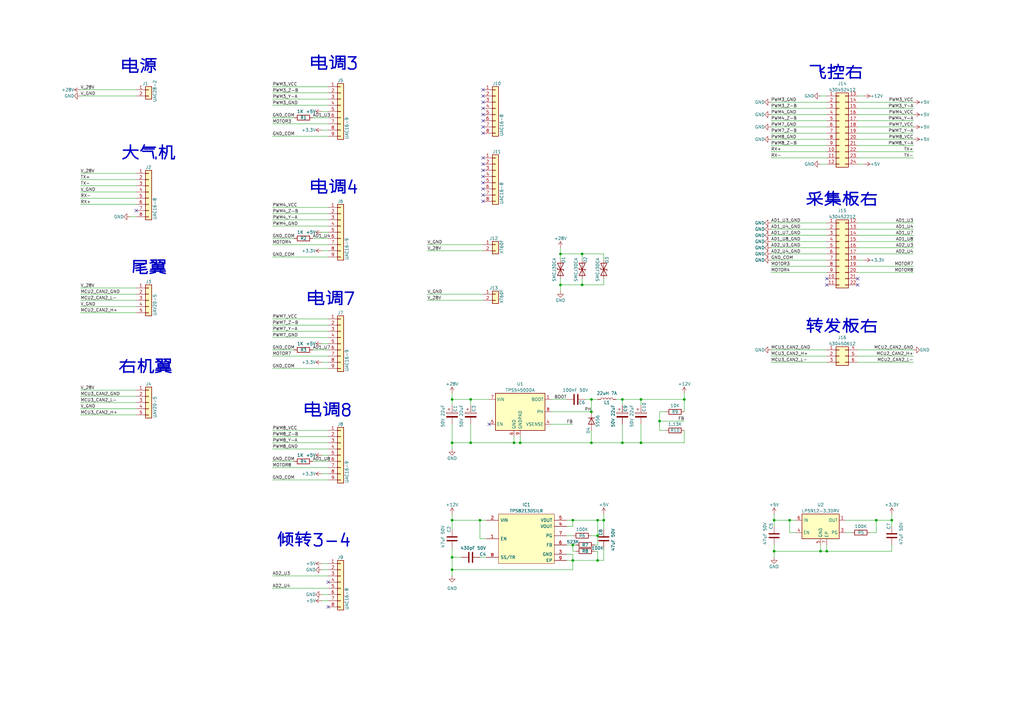
<source format=kicad_sch>
(kicad_sch (version 20230121) (generator eeschema)
  (paper "A3")
  (lib_symbols
    (symbol "Connector_Generic:Conn_01x02" (pin_names (offset 1.016) hide)
      (property "Reference" "J" (at 0 2.54 0))
      (property "Value" "Conn_01x02" (at 0 -5.08 0))
      (symbol "Conn_01x02_1_1"
        (pin passive line (at -5.08 0 0) (length 3.81) (name "Pin_1") (number "1"))
        (pin passive line (at -5.08 -2.54 0) (length 3.81) (name "Pin_2") (number "2"))
      )
    )
    (symbol "Connector_Generic:Conn_01x05" (pin_names (offset 1.016) hide)
      (property "Reference" "J" (at 0 7.62 0))
      (property "Value" "Conn_01x05" (at 0 -7.62 0))
      (symbol "Conn_01x05_1_1"
        (pin passive line (at -5.08 5.08 0) (length 3.81) (name "Pin_1") (number "1"))
        (pin passive line (at -5.08 2.54 0) (length 3.81) (name "Pin_2") (number "2"))
        (pin passive line (at -5.08 0 0) (length 3.81) (name "Pin_3") (number "3"))
        (pin passive line (at -5.08 -2.54 0) (length 3.81) (name "Pin_4") (number "4"))
        (pin passive line (at -5.08 -5.08 0) (length 3.81) (name "Pin_5") (number "5"))
      )
    )
    (symbol "Connector_Generic:Conn_01x08" (pin_names (offset 1.016) hide)
      (property "Reference" "J" (at 0 10.16 0))
      (property "Value" "Conn_01x08" (at 0 -12.7 0))
      (symbol "Conn_01x08_1_1"
        (pin passive line (at -5.08 7.62 0) (length 3.81) (name "Pin_1") (number "1"))
        (pin passive line (at -5.08 5.08 0) (length 3.81) (name "Pin_2") (number "2"))
        (pin passive line (at -5.08 2.54 0) (length 3.81) (name "Pin_3") (number "3"))
        (pin passive line (at -5.08 0 0) (length 3.81) (name "Pin_4") (number "4"))
        (pin passive line (at -5.08 -2.54 0) (length 3.81) (name "Pin_5") (number "5"))
        (pin passive line (at -5.08 -5.08 0) (length 3.81) (name "Pin_6") (number "6"))
        (pin passive line (at -5.08 -7.62 0) (length 3.81) (name "Pin_7") (number "7"))
        (pin passive line (at -5.08 -10.16 0) (length 3.81) (name "Pin_8") (number "8"))
      )
    )
    (symbol "Connector_Generic:Conn_01x09" (pin_names (offset 1.016) hide)
      (property "Reference" "J" (at 0 12.7 0))
      (property "Value" "Conn_01x09" (at 0 -12.7 0))
      (symbol "Conn_01x09_1_1"
        (pin passive line (at -5.08 10.16 0) (length 3.81) (name "Pin_1") (number "1"))
        (pin passive line (at -5.08 7.62 0) (length 3.81) (name "Pin_2") (number "2"))
        (pin passive line (at -5.08 5.08 0) (length 3.81) (name "Pin_3") (number "3"))
        (pin passive line (at -5.08 2.54 0) (length 3.81) (name "Pin_4") (number "4"))
        (pin passive line (at -5.08 0 0) (length 3.81) (name "Pin_5") (number "5"))
        (pin passive line (at -5.08 -2.54 0) (length 3.81) (name "Pin_6") (number "6"))
        (pin passive line (at -5.08 -5.08 0) (length 3.81) (name "Pin_7") (number "7"))
        (pin passive line (at -5.08 -7.62 0) (length 3.81) (name "Pin_8") (number "8"))
        (pin passive line (at -5.08 -10.16 0) (length 3.81) (name "Pin_9") (number "9"))
      )
    )
    (symbol "Connector_Generic:Conn_02x03_Top_Bottom" (pin_names (offset 1.016) hide)
      (property "Reference" "J" (at 1.27 5.08 0))
      (property "Value" "Conn_02x03_Top_Bottom" (at 1.27 -5.08 0))
      (symbol "Conn_02x03_Top_Bottom_1_1"
        (pin passive line (at -5.08 2.54 0) (length 3.81) (name "Pin_1") (number "1"))
        (pin passive line (at -5.08 0 0) (length 3.81) (name "Pin_2") (number "2"))
        (pin passive line (at -5.08 -2.54 0) (length 3.81) (name "Pin_3") (number "3"))
        (pin passive line (at 7.62 2.54 180) (length 3.81) (name "Pin_4") (number "4"))
        (pin passive line (at 7.62 0 180) (length 3.81) (name "Pin_5") (number "5"))
        (pin passive line (at 7.62 -2.54 180) (length 3.81) (name "Pin_6") (number "6"))
      )
    )
    (symbol "Connector_Generic:Conn_02x11_Top_Bottom" (pin_names (offset 1.016) hide)
      (property "Reference" "J" (at 1.27 15.24 0))
      (property "Value" "Conn_02x11_Top_Bottom" (at 1.27 -15.24 0))
      (symbol "Conn_02x11_Top_Bottom_1_1"
        (pin passive line (at -5.08 12.7 0) (length 3.81) (name "Pin_1") (number "1"))
        (pin passive line (at -5.08 -10.16 0) (length 3.81) (name "Pin_10") (number "10"))
        (pin passive line (at -5.08 -12.7 0) (length 3.81) (name "Pin_11") (number "11"))
        (pin passive line (at 7.62 12.7 180) (length 3.81) (name "Pin_12") (number "12"))
        (pin passive line (at 7.62 10.16 180) (length 3.81) (name "Pin_13") (number "13"))
        (pin passive line (at 7.62 7.62 180) (length 3.81) (name "Pin_14") (number "14"))
        (pin passive line (at 7.62 5.08 180) (length 3.81) (name "Pin_15") (number "15"))
        (pin passive line (at 7.62 2.54 180) (length 3.81) (name "Pin_16") (number "16"))
        (pin passive line (at 7.62 0 180) (length 3.81) (name "Pin_17") (number "17"))
        (pin passive line (at 7.62 -2.54 180) (length 3.81) (name "Pin_18") (number "18"))
        (pin passive line (at 7.62 -5.08 180) (length 3.81) (name "Pin_19") (number "19"))
        (pin passive line (at -5.08 10.16 0) (length 3.81) (name "Pin_2") (number "2"))
        (pin passive line (at 7.62 -7.62 180) (length 3.81) (name "Pin_20") (number "20"))
        (pin passive line (at 7.62 -10.16 180) (length 3.81) (name "Pin_21") (number "21"))
        (pin passive line (at 7.62 -12.7 180) (length 3.81) (name "Pin_22") (number "22"))
        (pin passive line (at -5.08 7.62 0) (length 3.81) (name "Pin_3") (number "3"))
        (pin passive line (at -5.08 5.08 0) (length 3.81) (name "Pin_4") (number "4"))
        (pin passive line (at -5.08 2.54 0) (length 3.81) (name "Pin_5") (number "5"))
        (pin passive line (at -5.08 0 0) (length 3.81) (name "Pin_6") (number "6"))
        (pin passive line (at -5.08 -2.54 0) (length 3.81) (name "Pin_7") (number "7"))
        (pin passive line (at -5.08 -5.08 0) (length 3.81) (name "Pin_8") (number "8"))
        (pin passive line (at -5.08 -7.62 0) (length 3.81) (name "Pin_9") (number "9"))
      )
    )
    (symbol "Connector_Generic:Conn_02x12_Top_Bottom" (pin_names (offset 1.016) hide)
      (property "Reference" "J" (at 1.27 15.24 0))
      (property "Value" "Conn_02x12_Top_Bottom" (at 1.27 -17.78 0))
      (symbol "Conn_02x12_Top_Bottom_1_1"
        (pin passive line (at -5.08 12.7 0) (length 3.81) (name "Pin_1") (number "1"))
        (pin passive line (at -5.08 -10.16 0) (length 3.81) (name "Pin_10") (number "10"))
        (pin passive line (at -5.08 -12.7 0) (length 3.81) (name "Pin_11") (number "11"))
        (pin passive line (at -5.08 -15.24 0) (length 3.81) (name "Pin_12") (number "12"))
        (pin passive line (at 7.62 12.7 180) (length 3.81) (name "Pin_13") (number "13"))
        (pin passive line (at 7.62 10.16 180) (length 3.81) (name "Pin_14") (number "14"))
        (pin passive line (at 7.62 7.62 180) (length 3.81) (name "Pin_15") (number "15"))
        (pin passive line (at 7.62 5.08 180) (length 3.81) (name "Pin_16") (number "16"))
        (pin passive line (at 7.62 2.54 180) (length 3.81) (name "Pin_17") (number "17"))
        (pin passive line (at 7.62 0 180) (length 3.81) (name "Pin_18") (number "18"))
        (pin passive line (at 7.62 -2.54 180) (length 3.81) (name "Pin_19") (number "19"))
        (pin passive line (at -5.08 10.16 0) (length 3.81) (name "Pin_2") (number "2"))
        (pin passive line (at 7.62 -5.08 180) (length 3.81) (name "Pin_20") (number "20"))
        (pin passive line (at 7.62 -7.62 180) (length 3.81) (name "Pin_21") (number "21"))
        (pin passive line (at 7.62 -10.16 180) (length 3.81) (name "Pin_22") (number "22"))
        (pin passive line (at 7.62 -12.7 180) (length 3.81) (name "Pin_23") (number "23"))
        (pin passive line (at 7.62 -15.24 180) (length 3.81) (name "Pin_24") (number "24"))
        (pin passive line (at -5.08 7.62 0) (length 3.81) (name "Pin_3") (number "3"))
        (pin passive line (at -5.08 5.08 0) (length 3.81) (name "Pin_4") (number "4"))
        (pin passive line (at -5.08 2.54 0) (length 3.81) (name "Pin_5") (number "5"))
        (pin passive line (at -5.08 0 0) (length 3.81) (name "Pin_6") (number "6"))
        (pin passive line (at -5.08 -2.54 0) (length 3.81) (name "Pin_7") (number "7"))
        (pin passive line (at -5.08 -5.08 0) (length 3.81) (name "Pin_8") (number "8"))
        (pin passive line (at -5.08 -7.62 0) (length 3.81) (name "Pin_9") (number "9"))
      )
    )
    (symbol "Device:C" (pin_numbers hide) (pin_names (offset 0.254))
      (property "Reference" "C" (at 0.635 2.54 0))
      (property "Value" "C" (at 0.635 -2.54 0))
      (symbol "C_1_1"
        (pin passive line (at 0 3.81 270) (length 2.794) (name "~") (number "1"))
        (pin passive line (at 0 -3.81 90) (length 2.794) (name "~") (number "2"))
      )
    )
    (symbol "Device:C_Polarized" (pin_numbers hide) (pin_names (offset 0.254))
      (property "Reference" "C" (at 0.635 2.54 0))
      (property "Value" "C_Polarized" (at 0.635 -2.54 0))
      (symbol "C_Polarized_1_1"
        (pin passive line (at 0 3.81 270) (length 2.794) (name "~") (number "1"))
        (pin passive line (at 0 -3.81 90) (length 2.794) (name "~") (number "2"))
      )
    )
    (symbol "Device:D" (pin_numbers hide) (pin_names (offset 1.016) hide)
      (property "Reference" "D" (at 0 2.54 0))
      (property "Value" "D" (at 0 -2.54 0))
      (symbol "D_1_1"
        (pin passive line (at -3.81 0 0) (length 2.54) (name "K") (number "1"))
        (pin passive line (at 3.81 0 180) (length 2.54) (name "A") (number "2"))
      )
    )
    (symbol "Device:D_TVS" (pin_numbers hide) (pin_names (offset 1.016) hide)
      (property "Reference" "D" (at 0 2.54 0))
      (property "Value" "D_TVS" (at 0 -2.54 0))
      (symbol "D_TVS_1_1"
        (pin passive line (at -3.81 0 0) (length 2.54) (name "A1") (number "1"))
        (pin passive line (at 3.81 0 180) (length 2.54) (name "A2") (number "2"))
      )
    )
    (symbol "Device:L" (pin_numbers hide) (pin_names (offset 1.016) hide)
      (property "Reference" "L" (at -1.27 0 90))
      (property "Value" "L" (at 1.905 0 90))
      (symbol "L_1_1"
        (pin passive line (at 0 3.81 270) (length 1.27) (name "1") (number "1"))
        (pin passive line (at 0 -3.81 90) (length 1.27) (name "2") (number "2"))
      )
    )
    (symbol "Device:R" (pin_numbers hide) (pin_names (offset 0))
      (property "Reference" "R" (at 2.032 0 90))
      (property "Value" "R" (at 0 0 90))
      (symbol "R_1_1"
        (pin passive line (at 0 3.81 270) (length 1.27) (name "~") (number "1"))
        (pin passive line (at 0 -3.81 90) (length 1.27) (name "~") (number "2"))
      )
    )
    (symbol "Regulator_Linear:LP5912-3.3DRV"
      (property "Reference" "U" (at -3.81 6.35 0))
      (property "Value" "LP5912-3.3DRV" (at 6.35 6.35 0))
      (symbol "LP5912-3.3DRV_0_1"
        (pin power_out line (at 10.16 2.54 180) (length 2.54) (name "OUT") (number "1"))
        (pin no_connect line (at 7.62 0 180) (length 2.54) hide (name "NC") (number "2"))
        (pin input line (at -10.16 -2.54 0) (length 2.54) (name "EN") (number "4"))
        (pin power_in line (at 0 -7.62 90) (length 2.54) (name "GND") (number "5"))
        (pin power_in line (at -10.16 2.54 0) (length 2.54) (name "IN") (number "6"))
      )
      (symbol "LP5912-3.3DRV_1_1"
        (pin open_collector line (at 10.16 -2.54 180) (length 2.54) (name "PG") (number "3"))
        (pin passive line (at 2.54 -7.62 90) (length 2.54) (name "EP") (number "7"))
      )
    )
    (symbol "Regulator_Switching:TPS5430DDA"
      (property "Reference" "U" (at -10.16 8.89 0))
      (property "Value" "TPS5430DDA" (at -1.27 8.89 0))
      (symbol "TPS5430DDA_1_1"
        (pin input line (at 12.7 5.08 180) (length 2.54) (name "BOOT") (number "1"))
        (pin no_connect line (at -10.16 2.54 0) (length 2.54) hide (name "NC") (number "2"))
        (pin no_connect line (at -10.16 -2.54 0) (length 2.54) hide (name "NC") (number "3"))
        (pin input line (at 12.7 -5.08 180) (length 2.54) (name "VSENSE") (number "4"))
        (pin input line (at -12.7 -5.08 0) (length 2.54) (name "EN") (number "5"))
        (pin power_in line (at -2.54 -10.16 90) (length 2.54) (name "GND") (number "6"))
        (pin power_in line (at -12.7 5.08 0) (length 2.54) (name "VIN") (number "7"))
        (pin output line (at 12.7 0 180) (length 2.54) (name "PH") (number "8"))
        (pin power_in line (at 0 -10.16 90) (length 2.54) (name "GNDPAD") (number "9"))
      )
    )
    (symbol "TexasInstruments:TPS82130SILR" (pin_names (offset 0.762))
      (property "Reference" "IC" (at -10.16 13.97 0))
      (property "Value" "TPS82130SILR" (at -10.16 11.43 0))
      (symbol "TPS82130SILR_0_0"
        (pin passive line (at -16.51 0 0) (length 5.08) (name "EN") (number "1"))
        (pin passive line (at -16.51 7.62 0) (length 5.08) (name "VIN") (number "2"))
        (pin passive line (at 16.51 -6.35 180) (length 5.08) (name "GND") (number "3"))
        (pin passive line (at 16.51 5.08 180) (length 5.08) (name "VOUT") (number "4"))
        (pin passive line (at 16.51 7.62 180) (length 5.08) (name "VDUT") (number "5"))
        (pin passive line (at 16.51 -2.54 180) (length 5.08) (name "FB") (number "6"))
        (pin passive line (at 16.51 1.27 180) (length 5.08) (name "PG") (number "7"))
        (pin passive line (at -16.51 -7.62 0) (length 5.08) (name "SS/TR") (number "8"))
      )
      (symbol "TPS82130SILR_1_0"
        (pin passive line (at 16.51 -8.89 180) (length 5.08) (name "EP") (number "9"))
      )
    )
    (symbol "power:+12V" (power) (pin_names (offset 0))
      (property "Value" "+12V" (at 0 3.556 0))
      (symbol "+12V_1_1"
        (pin power_in line (at 0 0 90) (length 0) hide (name "+12V") (number "1"))
      )
    )
    (symbol "power:+28V" (power) (pin_names (offset 0))
      (property "Value" "+28V" (at 0 3.81 0))
      (symbol "+28V_1_1"
        (pin power_in line (at 0 0 90) (length 0) hide (name "+28V") (number "1"))
      )
    )
    (symbol "power:+3.3V" (power) (pin_names (offset 0))
      (property "Value" "+3.3V" (at 0 3.556 0))
      (symbol "+3.3V_1_1"
        (pin power_in line (at 0 0 90) (length 0) hide (name "+3.3V") (number "1"))
      )
    )
    (symbol "power:+5V" (power) (pin_names (offset 0))
      (property "Value" "+5V" (at 0 3.556 0))
      (symbol "+5V_1_1"
        (pin power_in line (at 0 0 90) (length 0) hide (name "+5V") (number "1"))
      )
    )
    (symbol "power:GND" (power) (pin_names (offset 0))
      (property "Value" "GND" (at 0 -3.81 0))
      (symbol "GND_1_1"
        (pin power_in line (at 0 0 270) (length 0) hide (name "GND") (number "1"))
      )
    )
  )
  (junction (at 245.11 219.71))
  (junction (at 193.04 163.83))
  (junction (at 270.51 172.72))
  (junction (at 234.95 229.87))
  (junction (at 229.87 104.14))
  (junction (at 365.76 213.36))
  (junction (at 262.89 163.83))
  (junction (at 323.85 213.36))
  (junction (at 238.76 104.14))
  (junction (at 185.42 228.6))
  (junction (at 193.04 181.61))
  (junction (at 317.5 213.36))
  (junction (at 234.95 213.36))
  (junction (at 245.11 229.87))
  (junction (at 242.57 168.91))
  (junction (at 238.76 116.84))
  (junction (at 242.57 163.83))
  (junction (at 185.42 181.61))
  (junction (at 210.82 181.61))
  (junction (at 339.09 226.06))
  (junction (at 185.42 163.83))
  (junction (at 229.87 116.84))
  (junction (at 255.27 181.61))
  (junction (at 185.42 233.68))
  (junction (at 185.42 213.36))
  (junction (at 280.67 163.83))
  (junction (at 359.41 213.36))
  (junction (at 247.65 213.36))
  (junction (at 245.11 213.36))
  (junction (at 317.5 226.06))
  (junction (at 336.55 226.06))
  (junction (at 196.85 213.36))
  (junction (at 213.36 181.61))
  (junction (at 242.57 181.61))
  (junction (at 262.89 181.61))
  (junction (at 234.95 223.52))
  (junction (at 255.27 163.83))
  (no_connect (at 351.79 114.3))
  (no_connect (at 198.12 67.31))
  (no_connect (at 198.12 82.55))
  (no_connect (at 134.62 238.76))
  (no_connect (at 198.12 46.99))
  (no_connect (at 134.62 248.92))
  (no_connect (at 198.12 39.37))
  (no_connect (at 200.66 173.99))
  (no_connect (at 198.12 44.45))
  (no_connect (at 55.88 86.36))
  (no_connect (at 351.79 116.84))
  (no_connect (at 198.12 52.07))
  (no_connect (at 198.12 41.91))
  (no_connect (at 198.12 69.85))
  (no_connect (at 198.12 74.93))
  (no_connect (at 198.12 72.39))
  (no_connect (at 198.12 49.53))
  (no_connect (at 198.12 54.61))
  (no_connect (at 198.12 64.77))
  (no_connect (at 339.09 116.84))
  (no_connect (at 198.12 80.01))
  (no_connect (at 339.09 114.3))
  (no_connect (at 198.12 77.47))
  (no_connect (at 198.12 36.83))
  (wire (pts (xy 185.42 163.83) (xy 193.04 163.83)))
  (wire (pts (xy 262.89 181.61) (xy 280.67 181.61)))
  (wire (pts (xy 193.04 163.83) (xy 200.66 163.83)))
  (wire (pts (xy 280.67 163.83) (xy 280.67 168.91)))
  (wire (pts (xy 374.65 146.05) (xy 351.79 146.05)))
  (wire (pts (xy 326.39 218.44) (xy 323.85 218.44)))
  (wire (pts (xy 134.62 130.81) (xy 111.76 130.81)))
  (wire (pts (xy 316.23 91.44) (xy 339.09 91.44)))
  (wire (pts (xy 245.11 226.06) (xy 245.11 229.87)))
  (wire (pts (xy 270.51 172.72) (xy 280.67 172.72)))
  (wire (pts (xy 346.71 213.36) (xy 359.41 213.36)))
  (wire (pts (xy 262.89 163.83) (xy 262.89 166.37)))
  (wire (pts (xy 238.76 116.84) (xy 247.65 116.84)))
  (wire (pts (xy 255.27 181.61) (xy 262.89 181.61)))
  (wire (pts (xy 247.65 213.36) (xy 247.65 217.17)))
  (wire (pts (xy 262.89 163.83) (xy 280.67 163.83)))
  (wire (pts (xy 134.62 40.64) (xy 111.76 40.64)))
  (wire (pts (xy 33.02 165.1) (xy 55.88 165.1)))
  (wire (pts (xy 134.62 90.17) (xy 111.76 90.17)))
  (wire (pts (xy 128.27 48.26) (xy 134.62 48.26)))
  (wire (pts (xy 128.27 189.23) (xy 134.62 189.23)))
  (wire (pts (xy 317.5 226.06) (xy 336.55 226.06)))
  (wire (pts (xy 111.76 189.23) (xy 120.65 189.23)))
  (wire (pts (xy 128.27 143.51) (xy 134.62 143.51)))
  (wire (pts (xy 232.41 223.52) (xy 234.95 223.52)))
  (wire (pts (xy 242.57 176.53) (xy 242.57 181.61)))
  (wire (pts (xy 247.65 210.82) (xy 247.65 213.36)))
  (wire (pts (xy 193.04 173.99) (xy 193.04 181.61)))
  (wire (pts (xy 232.41 215.9) (xy 234.95 215.9)))
  (wire (pts (xy 132.08 246.38) (xy 134.62 246.38)))
  (wire (pts (xy 185.42 228.6) (xy 185.42 233.68)))
  (wire (pts (xy 132.08 231.14) (xy 134.62 231.14)))
  (wire (pts (xy 243.84 226.06) (xy 245.11 226.06)))
  (wire (pts (xy 354.33 67.31) (xy 351.79 67.31)))
  (wire (pts (xy 132.08 148.59) (xy 134.62 148.59)))
  (wire (pts (xy 111.76 151.13) (xy 134.62 151.13)))
  (wire (pts (xy 270.51 168.91) (xy 270.51 172.72)))
  (wire (pts (xy 185.42 161.29) (xy 185.42 163.83)))
  (wire (pts (xy 132.08 186.69) (xy 134.62 186.69)))
  (wire (pts (xy 189.23 228.6) (xy 185.42 228.6)))
  (wire (pts (xy 323.85 218.44) (xy 323.85 213.36)))
  (wire (pts (xy 111.76 43.18) (xy 134.62 43.18)))
  (wire (pts (xy 132.08 194.31) (xy 134.62 194.31)))
  (wire (pts (xy 317.5 215.9) (xy 317.5 213.36)))
  (wire (pts (xy 111.76 196.85) (xy 134.62 196.85)))
  (wire (pts (xy 316.23 57.15) (xy 339.09 57.15)))
  (wire (pts (xy 33.02 123.19) (xy 55.88 123.19)))
  (wire (pts (xy 33.02 81.28) (xy 55.88 81.28)))
  (wire (pts (xy 111.76 55.88) (xy 134.62 55.88)))
  (wire (pts (xy 374.65 96.52) (xy 351.79 96.52)))
  (wire (pts (xy 229.87 114.3) (xy 229.87 116.84)))
  (wire (pts (xy 229.87 104.14) (xy 238.76 104.14)))
  (wire (pts (xy 229.87 116.84) (xy 229.87 119.38)))
  (wire (pts (xy 316.23 44.45) (xy 339.09 44.45)))
  (wire (pts (xy 234.95 223.52) (xy 236.22 223.52)))
  (wire (pts (xy 238.76 104.14) (xy 247.65 104.14)))
  (wire (pts (xy 365.76 210.82) (xy 365.76 213.36)))
  (wire (pts (xy 317.5 210.82) (xy 317.5 213.36)))
  (wire (pts (xy 111.76 92.71) (xy 134.62 92.71)))
  (wire (pts (xy 359.41 213.36) (xy 359.41 218.44)))
  (wire (pts (xy 356.87 218.44) (xy 359.41 218.44)))
  (wire (pts (xy 213.36 181.61) (xy 242.57 181.61)))
  (wire (pts (xy 351.79 39.37) (xy 354.33 39.37)))
  (wire (pts (xy 111.76 50.8) (xy 134.62 50.8)))
  (wire (pts (xy 210.82 181.61) (xy 213.36 181.61)))
  (wire (pts (xy 316.23 143.51) (xy 339.09 143.51)))
  (wire (pts (xy 316.23 46.99) (xy 339.09 46.99)))
  (wire (pts (xy 316.23 104.14) (xy 339.09 104.14)))
  (wire (pts (xy 111.76 179.07) (xy 134.62 179.07)))
  (wire (pts (xy 238.76 114.3) (xy 238.76 116.84)))
  (wire (pts (xy 252.73 163.83) (xy 255.27 163.83)))
  (wire (pts (xy 316.23 93.98) (xy 339.09 93.98)))
  (wire (pts (xy 134.62 135.89) (xy 111.76 135.89)))
  (wire (pts (xy 33.02 78.74) (xy 55.88 78.74)))
  (wire (pts (xy 185.42 213.36) (xy 185.42 217.17)))
  (wire (pts (xy 374.65 101.6) (xy 351.79 101.6)))
  (wire (pts (xy 316.23 52.07) (xy 339.09 52.07)))
  (wire (pts (xy 175.26 120.65) (xy 198.12 120.65)))
  (wire (pts (xy 245.11 223.52) (xy 245.11 219.71)))
  (wire (pts (xy 247.65 229.87) (xy 245.11 229.87)))
  (wire (pts (xy 185.42 228.6) (xy 185.42 224.79)))
  (wire (pts (xy 229.87 101.6) (xy 229.87 104.14)))
  (wire (pts (xy 316.23 146.05) (xy 339.09 146.05)))
  (wire (pts (xy 255.27 173.99) (xy 255.27 181.61)))
  (wire (pts (xy 134.62 176.53) (xy 111.76 176.53)))
  (wire (pts (xy 243.84 223.52) (xy 245.11 223.52)))
  (wire (pts (xy 242.57 163.83) (xy 240.03 163.83)))
  (wire (pts (xy 316.23 101.6) (xy 339.09 101.6)))
  (wire (pts (xy 175.26 123.19) (xy 198.12 123.19)))
  (wire (pts (xy 270.51 172.72) (xy 270.51 176.53)))
  (wire (pts (xy 374.65 109.22) (xy 351.79 109.22)))
  (wire (pts (xy 33.02 162.56) (xy 55.88 162.56)))
  (wire (pts (xy 374.65 91.44) (xy 351.79 91.44)))
  (wire (pts (xy 374.65 104.14) (xy 351.79 104.14)))
  (wire (pts (xy 175.26 100.33) (xy 198.12 100.33)))
  (wire (pts (xy 232.41 213.36) (xy 234.95 213.36)))
  (wire (pts (xy 210.82 179.07) (xy 210.82 181.61)))
  (wire (pts (xy 247.65 224.79) (xy 247.65 229.87)))
  (wire (pts (xy 33.02 125.73) (xy 55.88 125.73)))
  (wire (pts (xy 242.57 219.71) (xy 245.11 219.71)))
  (wire (pts (xy 245.11 219.71) (xy 245.11 213.36)))
  (wire (pts (xy 316.23 148.59) (xy 339.09 148.59)))
  (wire (pts (xy 185.42 181.61) (xy 193.04 181.61)))
  (wire (pts (xy 234.95 229.87) (xy 234.95 233.68)))
  (wire (pts (xy 196.85 213.36) (xy 199.39 213.36)))
  (wire (pts (xy 213.36 181.61) (xy 213.36 179.07)))
  (wire (pts (xy 351.79 41.91) (xy 374.65 41.91)))
  (wire (pts (xy 111.76 236.22) (xy 134.62 236.22)))
  (wire (pts (xy 111.76 138.43) (xy 134.62 138.43)))
  (wire (pts (xy 33.02 39.37) (xy 55.88 39.37)))
  (wire (pts (xy 280.67 176.53) (xy 280.67 181.61)))
  (wire (pts (xy 316.23 54.61) (xy 339.09 54.61)))
  (wire (pts (xy 339.09 226.06) (xy 365.76 226.06)))
  (wire (pts (xy 280.67 161.29) (xy 280.67 163.83)))
  (wire (pts (xy 365.76 223.52) (xy 365.76 226.06)))
  (wire (pts (xy 262.89 173.99) (xy 262.89 181.61)))
  (wire (pts (xy 255.27 166.37) (xy 255.27 163.83)))
  (wire (pts (xy 316.23 49.53) (xy 339.09 49.53)))
  (wire (pts (xy 351.79 54.61) (xy 374.65 54.61)))
  (wire (pts (xy 245.11 229.87) (xy 234.95 229.87)))
  (wire (pts (xy 134.62 35.56) (xy 111.76 35.56)))
  (wire (pts (xy 226.06 173.99) (xy 234.95 173.99)))
  (wire (pts (xy 33.02 167.64) (xy 55.88 167.64)))
  (wire (pts (xy 111.76 87.63) (xy 134.62 87.63)))
  (wire (pts (xy 316.23 59.69) (xy 339.09 59.69)))
  (wire (pts (xy 132.08 140.97) (xy 134.62 140.97)))
  (wire (pts (xy 33.02 83.82) (xy 55.88 83.82)))
  (wire (pts (xy 242.57 181.61) (xy 255.27 181.61)))
  (wire (pts (xy 365.76 213.36) (xy 365.76 215.9)))
  (wire (pts (xy 316.23 106.68) (xy 339.09 106.68)))
  (wire (pts (xy 199.39 220.98) (xy 196.85 220.98)))
  (wire (pts (xy 132.08 102.87) (xy 134.62 102.87)))
  (wire (pts (xy 339.09 226.06) (xy 339.09 223.52)))
  (wire (pts (xy 111.76 48.26) (xy 120.65 48.26)))
  (wire (pts (xy 232.41 227.33) (xy 234.95 227.33)))
  (wire (pts (xy 234.95 226.06) (xy 236.22 226.06)))
  (wire (pts (xy 245.11 213.36) (xy 247.65 213.36)))
  (wire (pts (xy 33.02 160.02) (xy 55.88 160.02)))
  (wire (pts (xy 232.41 219.71) (xy 234.95 219.71)))
  (wire (pts (xy 111.76 146.05) (xy 134.62 146.05)))
  (wire (pts (xy 336.55 226.06) (xy 339.09 226.06)))
  (wire (pts (xy 234.95 213.36) (xy 245.11 213.36)))
  (wire (pts (xy 33.02 76.2) (xy 55.88 76.2)))
  (wire (pts (xy 234.95 227.33) (xy 234.95 229.87)))
  (wire (pts (xy 317.5 228.6) (xy 317.5 226.06)))
  (wire (pts (xy 185.42 163.83) (xy 185.42 166.37)))
  (wire (pts (xy 354.33 106.68) (xy 351.79 106.68)))
  (wire (pts (xy 351.79 64.77) (xy 374.65 64.77)))
  (wire (pts (xy 132.08 95.25) (xy 134.62 95.25)))
  (wire (pts (xy 193.04 181.61) (xy 210.82 181.61)))
  (wire (pts (xy 316.23 64.77) (xy 339.09 64.77)))
  (wire (pts (xy 234.95 233.68) (xy 185.42 233.68)))
  (wire (pts (xy 33.02 71.12) (xy 55.88 71.12)))
  (wire (pts (xy 234.95 223.52) (xy 234.95 226.06)))
  (wire (pts (xy 234.95 213.36) (xy 234.95 215.9)))
  (wire (pts (xy 229.87 116.84) (xy 238.76 116.84)))
  (wire (pts (xy 132.08 233.68) (xy 134.62 233.68)))
  (wire (pts (xy 33.02 36.83) (xy 55.88 36.83)))
  (wire (pts (xy 351.79 57.15) (xy 374.65 57.15)))
  (wire (pts (xy 132.08 45.72) (xy 134.62 45.72)))
  (wire (pts (xy 175.26 102.87) (xy 198.12 102.87)))
  (wire (pts (xy 111.76 143.51) (xy 120.65 143.51)))
  (wire (pts (xy 53.34 88.9) (xy 55.88 88.9)))
  (wire (pts (xy 316.23 109.22) (xy 339.09 109.22)))
  (wire (pts (xy 196.85 228.6) (xy 199.39 228.6)))
  (wire (pts (xy 196.85 220.98) (xy 196.85 213.36)))
  (wire (pts (xy 111.76 241.3) (xy 134.62 241.3)))
  (wire (pts (xy 374.65 111.76) (xy 351.79 111.76)))
  (wire (pts (xy 255.27 163.83) (xy 262.89 163.83)))
  (wire (pts (xy 317.5 213.36) (xy 323.85 213.36)))
  (wire (pts (xy 351.79 46.99) (xy 374.65 46.99)))
  (wire (pts (xy 351.79 44.45) (xy 374.65 44.45)))
  (wire (pts (xy 247.65 114.3) (xy 247.65 116.84)))
  (wire (pts (xy 185.42 233.68) (xy 185.42 236.22)))
  (wire (pts (xy 111.76 100.33) (xy 134.62 100.33)))
  (wire (pts (xy 33.02 73.66) (xy 55.88 73.66)))
  (wire (pts (xy 111.76 184.15) (xy 134.62 184.15)))
  (wire (pts (xy 185.42 213.36) (xy 196.85 213.36)))
  (wire (pts (xy 316.23 62.23) (xy 339.09 62.23)))
  (wire (pts (xy 359.41 213.36) (xy 365.76 213.36)))
  (wire (pts (xy 229.87 104.14) (xy 229.87 106.68)))
  (wire (pts (xy 317.5 223.52) (xy 317.5 226.06)))
  (wire (pts (xy 111.76 191.77) (xy 134.62 191.77)))
  (wire (pts (xy 336.55 39.37) (xy 339.09 39.37)))
  (wire (pts (xy 336.55 223.52) (xy 336.55 226.06)))
  (wire (pts (xy 185.42 173.99) (xy 185.42 181.61)))
  (wire (pts (xy 242.57 168.91) (xy 242.57 163.83)))
  (wire (pts (xy 247.65 104.14) (xy 247.65 106.68)))
  (wire (pts (xy 316.23 111.76) (xy 339.09 111.76)))
  (wire (pts (xy 193.04 163.83) (xy 193.04 166.37)))
  (wire (pts (xy 128.27 97.79) (xy 134.62 97.79)))
  (wire (pts (xy 374.65 93.98) (xy 351.79 93.98)))
  (wire (pts (xy 316.23 99.06) (xy 339.09 99.06)))
  (wire (pts (xy 33.02 118.11) (xy 55.88 118.11)))
  (wire (pts (xy 132.08 243.84) (xy 134.62 243.84)))
  (wire (pts (xy 374.65 99.06) (xy 351.79 99.06)))
  (wire (pts (xy 316.23 41.91) (xy 339.09 41.91)))
  (wire (pts (xy 323.85 213.36) (xy 326.39 213.36)))
  (wire (pts (xy 242.57 163.83) (xy 245.11 163.83)))
  (wire (pts (xy 238.76 104.14) (xy 238.76 106.68)))
  (wire (pts (xy 226.06 163.83) (xy 232.41 163.83)))
  (wire (pts (xy 134.62 85.09) (xy 111.76 85.09)))
  (wire (pts (xy 336.55 67.31) (xy 339.09 67.31)))
  (wire (pts (xy 374.65 143.51) (xy 351.79 143.51)))
  (wire (pts (xy 351.79 52.07) (xy 374.65 52.07)))
  (wire (pts (xy 33.02 128.27) (xy 55.88 128.27)))
  (wire (pts (xy 185.42 184.15) (xy 185.42 181.61)))
  (wire (pts (xy 33.02 170.18) (xy 55.88 170.18)))
  (wire (pts (xy 111.76 38.1) (xy 134.62 38.1)))
  (wire (pts (xy 270.51 176.53) (xy 273.05 176.53)))
  (wire (pts (xy 226.06 168.91) (xy 242.57 168.91)))
  (wire (pts (xy 232.41 229.87) (xy 234.95 229.87)))
  (wire (pts (xy 111.76 105.41) (xy 134.62 105.41)))
  (wire (pts (xy 132.08 53.34) (xy 134.62 53.34)))
  (wire (pts (xy 374.65 148.59) (xy 351.79 148.59)))
  (wire (pts (xy 316.23 96.52) (xy 339.09 96.52)))
  (wire (pts (xy 351.79 59.69) (xy 374.65 59.69)))
  (wire (pts (xy 351.79 49.53) (xy 374.65 49.53)))
  (wire (pts (xy 273.05 168.91) (xy 270.51 168.91)))
  (wire (pts (xy 185.42 213.36) (xy 185.42 210.82)))
  (wire (pts (xy 134.62 181.61) (xy 111.76 181.61)))
  (wire (pts (xy 346.71 218.44) (xy 349.25 218.44)))
  (wire (pts (xy 111.76 133.35) (xy 134.62 133.35)))
  (wire (pts (xy 33.02 120.65) (xy 55.88 120.65)))
  (wire (pts (xy 111.76 97.79) (xy 120.65 97.79)))
  (wire (pts (xy 351.79 62.23) (xy 374.65 62.23)))
  (text "电源" (at 49.53 30.48 0) (effects (font (size 5 5) (thickness 0.6) bold) (justify left bottom)))
  (text "电调8" (at 124.46 171.45 0) (effects (font (size 5 5) (thickness 0.6) bold) (justify left bottom)))
  (text "大气机" (at 49.53 66.04 0) (effects (font (size 5 5) (thickness 0.6) bold) (justify left bottom)))
  (text "电调4" (at 127 80.01 0) (effects (font (size 5 5) (thickness 0.6) bold) (justify left bottom)))
  (text "电调3" (at 127 29.21 0) (effects (font (size 5 5) (thickness 0.6) bold) (justify left bottom)))
  (text "飞控右" (at 331.47 33.02 0) (effects (font (size 5 5) (thickness 0.6) bold) (justify left bottom)))
  (text "倾转3-4" (at 113.03 224.79 0) (effects (font (size 5 5) (thickness 0.6) bold) (justify left bottom)))
  (text "尾翼" (at 53.34 113.03 0) (effects (font (size 5 5) (thickness 0.6) bold) (justify left bottom)))
  (text "电调7" (at 125.73 125.73 0) (effects (font (size 5 5) (thickness 0.6) bold) (justify left bottom)))
  (text "采集板右" (at 330.2 85.09 0) (effects (font (size 5 5) (thickness 0.6) bold) (justify left bottom)))
  (text "右机翼" (at 48.26 153.67 0) (effects (font (size 5 5) (thickness 0.6) bold) (justify left bottom)))
  (text "转发板右" (at 330.2 137.16 0) (effects (font (size 5 5) (thickness 0.6) bold) (justify left bottom)))
  (label "MOTOR3" (at 316.23 109.22 0))
  (label "MCU2_CAN2_L-" (at 33.02 123.19 0))
  (label "V_GND" (at 33.02 39.37 0))
  (label "PWM7_GND" (at 316.23 52.07 0))
  (label "PWM7_Z-B" (at 111.76 133.35 0))
  (label "MCU2_CAN2_GND" (at 374.65 143.51 180))
  (label "V_28V" (at 175.26 102.87 0))
  (label "V_28V" (at 175.26 123.19 0))
  (label "V_GND" (at 33.02 167.64 0))
  (label "PWM4_VCC" (at 111.76 85.09 0))
  (label "TX-" (at 374.65 64.77 180))
  (label "AD1_U3" (at 374.65 91.44 180))
  (label "TX+" (at 33.02 73.66 0))
  (label "MCU3_CAN2_L-" (at 316.23 148.59 0))
  (label "PWM8_Z-B" (at 111.76 179.07 0))
  (label "PWM3_GND" (at 316.23 41.91 0))
  (label "BOOT" (at 232.41 163.83 180))
  (label "V_GND" (at 175.26 120.65 0))
  (label "AD1_U3" (at 128.27 48.26 0))
  (label "FB" (at 280.67 172.72 180))
  (label "PWM3_Y-A" (at 374.65 44.45 180))
  (label "PWM7_Y-A" (at 111.76 135.89 0))
  (label "PWM3_VCC" (at 111.76 35.56 0))
  (label "MOTOR4" (at 316.23 111.76 0))
  (label "GND_COM" (at 111.76 97.79 0))
  (label "RX-" (at 316.23 64.77 0))
  (label "V_GND" (at 33.02 125.73 0))
  (label "AD1_U7" (at 128.27 143.51 0))
  (label "PWM8_Y-A" (at 111.76 181.61 0))
  (label "MCU3_CAN2_GND" (at 316.23 143.51 0))
  (label "V_28V" (at 33.02 118.11 0))
  (label "PWM3_Z-B" (at 111.76 38.1 0))
  (label "MOTOR8" (at 111.76 191.77 0))
  (label "PWM8_Y-A" (at 374.65 59.69 180))
  (label "MCU3_CAN2_L-" (at 33.02 165.1 0))
  (label "PWM8_GND" (at 111.76 184.15 0))
  (label "AD1_U4_GND" (at 316.23 93.98 0))
  (label "PWM3_GND" (at 111.76 43.18 0))
  (label "AD2_U4_GND" (at 316.23 104.14 0))
  (label "TX+" (at 374.65 62.23 180))
  (label "MCU2_CAN2_L-" (at 374.65 148.59 180))
  (label "PWM7_GND" (at 111.76 138.43 0))
  (label "MOTOR4" (at 111.76 100.33 0))
  (label "GND_COM" (at 111.76 189.23 0))
  (label "PWM7_Y-A" (at 374.65 54.61 180))
  (label "V_GND" (at 33.02 78.74 0))
  (label "GND_COM" (at 111.76 151.13 0))
  (label "AD1_U8" (at 128.27 189.23 0))
  (label "AD1_U3_GND" (at 316.23 91.44 0))
  (label "MCU3_CAN2_H+" (at 316.23 146.05 0))
  (label "MCU2_CAN2_H+" (at 33.02 128.27 0))
  (label "MCU2_CAN2_H+" (at 374.65 146.05 180))
  (label "PWM4_Z-B" (at 316.23 49.53 0))
  (label "MCU3_CAN2_GND" (at 33.02 162.56 0))
  (label "V_28V" (at 33.02 36.83 0))
  (label "AD2_U4" (at 374.65 104.14 180))
  (label "PWM4_Y-A" (at 374.65 49.53 180))
  (label "PWM4_Y-A" (at 111.76 90.17 0))
  (label "V_GND" (at 175.26 100.33 0))
  (label "GND_COM" (at 111.76 48.26 0))
  (label "MCU2_CAN2_GND" (at 33.02 120.65 0))
  (label "PH" (at 242.57 168.91 180))
  (label "PWM4_VCC" (at 374.65 46.99 180))
  (label "GND_COM" (at 111.76 55.88 0))
  (label "PWM8_VCC" (at 111.76 176.53 0))
  (label "PWM4_Z-B" (at 111.76 87.63 0))
  (label "V_28V" (at 33.02 71.12 0))
  (label "MCU3_CAN2_H+" (at 33.02 170.18 0))
  (label "PWM4_GND" (at 111.76 92.71 0))
  (label "AD2_U3_GND" (at 316.23 101.6 0))
  (label "AD1_U4" (at 374.65 93.98 180))
  (label "GND_COM" (at 316.23 106.68 0))
  (label "GND_COM" (at 111.76 143.51 0))
  (label "PWM7_Z-B" (at 316.23 54.61 0))
  (label "MOTOR7" (at 374.65 109.22 180))
  (label "PWM8_Z-B" (at 316.23 59.69 0))
  (label "PWM7_VCC" (at 111.76 130.81 0))
  (label "AD1_U8_GND" (at 316.23 99.06 0))
  (label "PWM8_GND" (at 316.23 57.15 0))
  (label "TX-" (at 33.02 76.2 0))
  (label "GND_COM" (at 111.76 105.41 0))
  (label "RX+" (at 33.02 83.82 0))
  (label "PWM8_VCC" (at 374.65 57.15 180))
  (label "PWM3_Z-B" (at 316.23 44.45 0))
  (label "FB" (at 234.95 173.99 180))
  (label "MOTOR8" (at 374.65 111.76 180))
  (label "PWM3_Y-A" (at 111.76 40.64 0))
  (label "PWM3_VCC" (at 374.65 41.91 180))
  (label "AD1_U7" (at 374.65 96.52 180))
  (label "AD1_U4" (at 128.27 97.79 0))
  (label "AD1_U7_GND" (at 316.23 96.52 0))
  (label "V_28V" (at 33.02 160.02 0))
  (label "AD2_U4" (at 111.76 241.3 0))
  (label "PWM7_VCC" (at 374.65 52.07 180))
  (label "MOTOR3" (at 111.76 50.8 0))
  (label "RX+" (at 316.23 62.23 0))
  (label "GND_COM" (at 111.76 196.85 0))
  (label "MOTOR7" (at 111.76 146.05 0))
  (label "RX-" (at 33.02 81.28 0))
  (label "AD2_U3" (at 374.65 101.6 180))
  (label "PWM4_GND" (at 316.23 46.99 0))
  (label "AD1_U8" (at 374.65 99.06 180))
  (label "AD2_U3" (at 111.76 236.22 0))
  (symbol (lib_id "Device:C") (at 185.42 220.98 0) (unit 1)
    (property "Reference" "C2" (at 184.15 218.44 90) (effects (justify left)))
    (property "Value" "47uF 50V" (at 181.61 224.79 90) (effects (justify left)))
    (property "Footprint" "Capacitor_SMD:C_1206_3216Metric" (effects hide))
  )
  (symbol (lib_id "power:+3.3V") (at 365.76 210.82 0) (unit 1)
    (property "Reference" "#PWR046" (effects hide))
    (property "Value" "+3.3V" (at 365.76 207.01 0))
  )
  (symbol (lib_id "power:+5V") (at 132.08 186.69 90) (unit 1)
    (property "Reference" "#PWR08" (effects hide))
    (property "Value" "+5V" (at 129.54 186.69 90) (effects (justify left)))
  )
  (symbol (lib_id "power:+5V") (at 374.65 46.99 270) (mirror x) (unit 1)
    (property "Reference" "#PWR032" (effects hide))
    (property "Value" "+5V" (at 377.19 46.99 90) (effects (justify left)))
  )
  (symbol (lib_id "power:GND") (at 316.23 101.6 270) (unit 1)
    (property "Reference" "#PWR022" (effects hide))
    (property "Value" "GND" (at 313.69 101.6 90) (effects (justify right)))
  )
  (symbol (lib_id "Device:R") (at 124.46 48.26 90) (unit 1)
    (property "Reference" "R1" (at 124.46 48.26 90))
    (property "Value" "1K" (at 123.19 45.72 90))
    (property "Footprint" "Resistor_SMD:R_0402_1005Metric" (effects hide))
  )
  (symbol (lib_id "Device:C") (at 247.65 220.98 0) (unit 1)
    (property "Reference" "C8" (at 246.38 219.71 90) (effects (justify left)))
    (property "Value" "47uF 50V" (at 251.46 226.06 90) (effects (justify left)))
    (property "Footprint" "Capacitor_SMD:C_1206_3216Metric" (effects hide))
  )
  (symbol (lib_id "Connector_Generic:Conn_01x09") (at 139.7 45.72 0) (unit 1)
    (property "Reference" "J5" (at 138.43 33.02 0) (effects (justify left)))
    (property "Value" "UAC16-9" (at 142.24 57.15 90) (effects (justify left)))
    (property "Footprint" "UACSocket:UAC16-9" (effects hide))
  )
  (symbol (lib_id "power:+12V") (at 280.67 161.29 0) (unit 1)
    (property "Reference" "#PWR048" (effects hide))
    (property "Value" "+12V" (at 280.67 157.48 0))
  )
  (symbol (lib_id "Connector_Generic:Conn_01x05") (at 60.96 123.19 0) (unit 1)
    (property "Reference" "J3" (at 59.69 115.57 0) (effects (justify left)))
    (property "Value" "UAV20-5" (at 63.5 129.54 90) (effects (justify left)))
    (property "Footprint" "UACSocket:UAC20-5" (effects hide))
  )
  (symbol (lib_id "power:+5V") (at 132.08 45.72 90) (unit 1)
    (property "Reference" "#PWR02" (effects hide))
    (property "Value" "+5V" (at 129.54 45.72 90) (effects (justify left)))
  )
  (symbol (lib_id "Device:C_Polarized") (at 193.04 170.18 0) (unit 1)
    (property "Reference" "C3" (at 194.31 168.91 90) (effects (justify left)))
    (property "Value" "50V 22uF" (at 189.23 175.26 90) (effects (justify left)))
    (property "Footprint" "Capacitor_Tantalum_SMD:CP_EIA-7343-31_Kemet-D" (effects hide))
  )
  (symbol (lib_id "power:GND") (at 316.23 46.99 270) (unit 1)
    (property "Reference" "#PWR015" (effects hide))
    (property "Value" "GND" (at 313.69 46.99 90) (effects (justify right)))
  )
  (symbol (lib_id "power:+5V") (at 132.08 231.14 90) (unit 1)
    (property "Reference" "#PWR010" (effects hide))
    (property "Value" "+5V" (at 129.54 231.14 90) (effects (justify left)))
  )
  (symbol (lib_id "power:GND") (at 336.55 39.37 270) (unit 1)
    (property "Reference" "#PWR026" (effects hide))
    (property "Value" "GND" (at 334.01 39.37 90) (effects (justify right)))
  )
  (symbol (lib_id "Connector_Generic:Conn_02x12_Top_Bottom") (at 344.17 52.07 0) (unit 1)
    (property "Reference" "J14" (at 345.44 34.29 0))
    (property "Value" "430452412" (at 345.44 36.83 0))
    (property "Footprint" "Molex:430452412" (effects hide))
  )
  (symbol (lib_id "power:GND") (at 316.23 143.51 270) (unit 1)
    (property "Reference" "#PWR025" (effects hide))
    (property "Value" "GND" (at 313.69 143.51 90) (effects (justify right)))
  )
  (symbol (lib_id "power:GND") (at 316.23 104.14 270) (unit 1)
    (property "Reference" "#PWR023" (effects hide))
    (property "Value" "GND" (at 313.69 104.14 90) (effects (justify right)))
  )
  (symbol (lib_id "power:+5V") (at 374.65 52.07 270) (mirror x) (unit 1)
    (property "Reference" "#PWR033" (effects hide))
    (property "Value" "+5V" (at 377.19 52.07 90) (effects (justify left)))
  )
  (symbol (lib_id "power:GND") (at 132.08 243.84 270) (unit 1)
    (property "Reference" "#PWR012" (effects hide))
    (property "Value" "GND" (at 129.54 243.84 90) (effects (justify right)))
  )
  (symbol (lib_id "Device:C_Polarized") (at 185.42 170.18 0) (unit 1)
    (property "Reference" "C1" (at 186.69 168.91 90) (effects (justify left)))
    (property "Value" "50V 22uF" (at 181.61 175.26 90) (effects (justify left)))
    (property "Footprint" "Capacitor_Tantalum_SMD:CP_EIA-7343-31_Kemet-D" (effects hide))
  )
  (symbol (lib_id "power:GND") (at 53.34 88.9 270) (unit 1)
    (property "Reference" "#PWR01" (effects hide))
    (property "Value" "GND" (at 50.8 88.9 90) (effects (justify right)))
  )
  (symbol (lib_id "Device:D_TVS") (at 247.65 110.49 270) (unit 1)
    (property "Reference" "D3" (at 248.92 107.95 0) (effects (justify right)))
    (property "Value" "SMCJ30CA" (at 245.11 115.57 0) (effects (justify right)))
    (property "Footprint" "Diode_SMD:D_SMC" (effects hide))
  )
  (symbol (lib_id "power:+3.3V") (at 132.08 194.31 90) (unit 1)
    (property "Reference" "#PWR09" (effects hide))
    (property "Value" "+3.3V" (at 129.54 194.31 90) (effects (justify left)))
  )
  (symbol (lib_id "Device:R") (at 124.46 189.23 90) (unit 1)
    (property "Reference" "R4" (at 124.46 189.23 90))
    (property "Value" "1K" (at 123.19 186.69 90))
    (property "Footprint" "Resistor_SMD:R_0402_1005Metric" (effects hide))
  )
  (symbol (lib_id "power:+28V") (at 229.87 101.6 0) (unit 1)
    (property "Reference" "#PWR038" (effects hide))
    (property "Value" "+28V" (at 229.87 97.79 0))
  )
  (symbol (lib_id "power:+3.3V") (at 354.33 106.68 270) (unit 1)
    (property "Reference" "#PWR030" (effects hide))
    (property "Value" "+3.3V" (at 356.87 106.68 90) (effects (justify left)))
  )
  (symbol (lib_id "Connector_Generic:Conn_01x02") (at 203.2 100.33 0) (unit 1)
    (property "Reference" "J12" (at 200.66 97.79 0) (effects (justify left)))
    (property "Value" "XT60F" (at 205.74 104.14 90) (effects (justify left)))
    (property "Footprint" "Connector_AMASS:AMASS_XT60-F_1x02_P7.20mm_Vertical" (effects hide))
  )
  (symbol (lib_id "Device:R") (at 276.86 168.91 90) (unit 1)
    (property "Reference" "R9" (at 276.86 168.91 90))
    (property "Value" "10K" (at 276.86 166.37 90))
    (property "Footprint" "Resistor_SMD:R_0402_1005Metric" (effects hide))
  )
  (symbol (lib_id "Connector_Generic:Conn_01x09") (at 139.7 95.25 0) (unit 1)
    (property "Reference" "J6" (at 138.43 82.55 0) (effects (justify left)))
    (property "Value" "UAC16-9" (at 142.24 106.68 90) (effects (justify left)))
    (property "Footprint" "UACSocket:UAC16-9" (effects hide))
  )
  (symbol (lib_id "power:+5V") (at 132.08 140.97 90) (unit 1)
    (property "Reference" "#PWR06" (effects hide))
    (property "Value" "+5V" (at 129.54 140.97 90) (effects (justify left)))
  )
  (symbol (lib_id "Connector_Generic:Conn_02x11_Top_Bottom") (at 344.17 104.14 0) (unit 1)
    (property "Reference" "J15" (at 345.44 86.36 0))
    (property "Value" "430452212" (at 345.44 88.9 0))
    (property "Footprint" "Molex:430452212" (effects hide))
  )
  (symbol (lib_id "power:GND") (at 33.02 39.37 270) (unit 1)
    (property "Reference" "#PWR036" (effects hide))
    (property "Value" "GND" (at 30.48 39.37 90) (effects (justify right)))
  )
  (symbol (lib_id "power:+5V") (at 132.08 95.25 90) (unit 1)
    (property "Reference" "#PWR04" (effects hide))
    (property "Value" "+5V" (at 129.54 95.25 90) (effects (justify left)))
  )
  (symbol (lib_id "power:+5V") (at 374.65 41.91 270) (mirror x) (unit 1)
    (property "Reference" "#PWR031" (effects hide))
    (property "Value" "+5V" (at 377.19 41.91 90) (effects (justify left)))
  )
  (symbol (lib_id "power:+3.3V") (at 132.08 102.87 90) (unit 1)
    (property "Reference" "#PWR05" (effects hide))
    (property "Value" "+3.3V" (at 129.54 102.87 90) (effects (justify left)))
  )
  (symbol (lib_id "power:+5V") (at 132.08 246.38 90) (unit 1)
    (property "Reference" "#PWR013" (effects hide))
    (property "Value" "+5V" (at 129.54 246.38 90) (effects (justify left)))
  )
  (symbol (lib_id "Device:R") (at 240.03 226.06 90) (unit 1)
    (property "Reference" "R8" (at 240.03 226.06 90))
    (property "Value" "100K" (at 245.11 224.79 90))
    (property "Footprint" "Resistor_SMD:R_0402_1005Metric" (effects hide))
  )
  (symbol (lib_id "Device:C") (at 236.22 163.83 90) (unit 1)
    (property "Reference" "C6" (at 240.03 165.1 90) (effects (justify left)))
    (property "Value" "100nF 50V" (at 241.3 160.02 90) (effects (justify left)))
    (property "Footprint" "Capacitor_SMD:C_0402_1005Metric" (effects hide))
  )
  (symbol (lib_id "Device:R") (at 276.86 176.53 90) (unit 1)
    (property "Reference" "R10" (at 276.86 176.53 90))
    (property "Value" "1.13K" (at 276.86 173.99 90))
    (property "Footprint" "Resistor_SMD:R_0402_1005Metric" (effects hide))
  )
  (symbol (lib_id "Device:D_TVS") (at 229.87 110.49 270) (unit 1)
    (property "Reference" "D1" (at 231.14 107.95 0) (effects (justify right)))
    (property "Value" "SMCJ30CA" (at 227.33 115.57 0) (effects (justify right)))
    (property "Footprint" "Diode_SMD:D_SMC" (effects hide))
  )
  (symbol (lib_id "power:GND") (at 316.23 52.07 270) (unit 1)
    (property "Reference" "#PWR016" (effects hide))
    (property "Value" "GND" (at 313.69 52.07 90) (effects (justify right)))
  )
  (symbol (lib_id "power:GND") (at 229.87 119.38 0) (unit 1)
    (property "Reference" "#PWR039" (effects hide))
    (property "Value" "GND" (at 229.87 123.19 0))
  )
  (symbol (lib_id "Connector_Generic:Conn_01x08") (at 203.2 72.39 0) (unit 1)
    (property "Reference" "J11" (at 201.93 62.23 0) (effects (justify left)))
    (property "Value" "UAC16-8" (at 205.74 83.82 90) (effects (justify left)))
    (property "Footprint" "UACSocket:UAC16-8" (effects hide))
  )
  (symbol (lib_id "power:+28V") (at 185.42 161.29 0) (unit 1)
    (property "Reference" "#PWR040" (effects hide))
    (property "Value" "+28V" (at 185.42 157.48 0))
  )
  (symbol (lib_id "power:+5V") (at 317.5 210.82 0) (unit 1)
    (property "Reference" "#PWR044" (effects hide))
    (property "Value" "+5V" (at 317.5 207.01 0))
  )
  (symbol (lib_id "power:GND") (at 132.08 233.68 270) (unit 1)
    (property "Reference" "#PWR011" (effects hide))
    (property "Value" "GND" (at 129.54 233.68 90) (effects (justify right)))
  )
  (symbol (lib_id "Connector_Generic:Conn_01x02") (at 60.96 36.83 0) (unit 1)
    (property "Reference" "J1" (at 58.42 34.29 0) (effects (justify left)))
    (property "Value" "UAC28-2" (at 63.5 41.91 90) (effects (justify left)))
    (property "Footprint" "UACSocket:UAC28-2" (effects hide))
  )
  (symbol (lib_id "Connector_Generic:Conn_01x08") (at 139.7 238.76 0) (unit 1)
    (property "Reference" "J9" (at 138.43 228.6 0) (effects (justify left)))
    (property "Value" "UAC16-8" (at 142.24 250.19 90) (effects (justify left)))
    (property "Footprint" "UACSocket:UAC16-8" (effects hide))
  )
  (symbol (lib_id "power:GND") (at 316.23 96.52 270) (unit 1)
    (property "Reference" "#PWR020" (effects hide))
    (property "Value" "GND" (at 313.69 96.52 90) (effects (justify right)))
  )
  (symbol (lib_id "Device:L") (at 248.92 163.83 90) (unit 1)
    (property "Reference" "L1" (at 248.92 165.1 90))
    (property "Value" "22uH 7A" (at 248.92 161.29 90))
    (property "Footprint" "Inductor_SMD:L_Sunlord_MWSA1206S-100" (effects hide))
  )
  (symbol (lib_id "power:GND") (at 185.42 184.15 0) (unit 1)
    (property "Reference" "#PWR041" (effects hide))
    (property "Value" "GND" (at 185.42 187.96 0))
  )
  (symbol (lib_id "Device:C_Polarized") (at 262.89 170.18 0) (unit 1)
    (property "Reference" "C10" (at 264.16 168.91 90) (effects (justify left)))
    (property "Value" "50V 22uF" (at 259.08 175.26 90) (effects (justify left)))
    (property "Footprint" "Capacitor_Tantalum_SMD:CP_EIA-7343-31_Kemet-D" (effects hide))
  )
  (symbol (lib_id "power:+3.3V") (at 132.08 53.34 90) (unit 1)
    (property "Reference" "#PWR03" (effects hide))
    (property "Value" "+3.3V" (at 129.54 53.34 90) (effects (justify left)))
  )
  (symbol (lib_id "power:GND") (at 317.5 228.6 0) (unit 1)
    (property "Reference" "#PWR045" (effects hide))
    (property "Value" "GND" (at 317.5 232.41 0))
  )
  (symbol (lib_id "power:+28V") (at 33.02 36.83 90) (unit 1)
    (property "Reference" "#PWR037" (effects hide))
    (property "Value" "+28V" (at 30.48 36.83 90) (effects (justify left)))
  )
  (symbol (lib_id "Device:C") (at 317.5 219.71 0) (unit 1)
    (property "Reference" "C5" (at 316.23 217.17 90) (effects (justify left)))
    (property "Value" "47uF 50V" (at 313.69 223.52 90) (effects (justify left)))
    (property "Footprint" "Capacitor_SMD:C_1206_3216Metric" (effects hide))
  )
  (symbol (lib_id "power:+5V") (at 374.65 57.15 270) (mirror x) (unit 1)
    (property "Reference" "#PWR034" (effects hide))
    (property "Value" "+5V" (at 377.19 57.15 90) (effects (justify left)))
  )
  (symbol (lib_id "power:GND") (at 374.65 143.51 90) (mirror x) (unit 1)
    (property "Reference" "#PWR035" (effects hide))
    (property "Value" "GND" (at 377.19 143.51 90) (effects (justify right)))
  )
  (symbol (lib_id "power:+3.3V") (at 132.08 148.59 90) (unit 1)
    (property "Reference" "#PWR07" (effects hide))
    (property "Value" "+3.3V" (at 129.54 148.59 90) (effects (justify left)))
  )
  (symbol (lib_id "Device:D") (at 242.57 172.72 270) (unit 1)
    (property "Reference" "D4" (at 241.3 176.53 0))
    (property "Value" "SS56" (at 245.11 172.72 0))
    (property "Footprint" "Diode_SMD:D_SMA" (effects hide))
    (property "Sim.Device" "D" (effects hide))
    (property "Sim.Pins" "1=K 2=A" (effects hide))
  )
  (symbol (lib_id "power:GND") (at 316.23 93.98 270) (unit 1)
    (property "Reference" "#PWR019" (effects hide))
    (property "Value" "GND" (at 313.69 93.98 90) (effects (justify right)))
  )
  (symbol (lib_id "power:GND") (at 316.23 57.15 270) (unit 1)
    (property "Reference" "#PWR017" (effects hide))
    (property "Value" "GND" (at 313.69 57.15 90) (effects (justify right)))
  )
  (symbol (lib_id "Regulator_Switching:TPS5430DDA") (at 213.36 168.91 0) (unit 1)
    (property "Reference" "U1" (at 213.36 157.48 0))
    (property "Value" "TPS5450DDA" (at 213.36 160.02 0))
    (property "Footprint" "Package_SO:TI_SO-PowerPAD-8_ThermalVias" (effects hide))
    (property "Datasheet" "http://www.ti.com/lit/ds/symlink/tps5430.pdf" (effects hide))
  )
  (symbol (lib_id "Device:C") (at 193.04 228.6 90) (unit 1)
    (property "Reference" "C4" (at 199.39 227.33 90) (effects (justify left)))
    (property "Value" "430pF 50V" (at 199.39 224.79 90) (effects (justify left)))
    (property "Footprint" "Capacitor_SMD:C_0402_1005Metric" (effects hide))
  )
  (symbol (lib_id "Device:R") (at 353.06 218.44 90) (unit 1)
    (property "Reference" "R5" (at 353.06 218.44 90))
    (property "Value" "100K" (at 353.06 215.9 90))
    (property "Footprint" "Resistor_SMD:R_0402_1005Metric" (effects hide))
  )
  (symbol (lib_id "power:GND") (at 316.23 41.91 270) (unit 1)
    (property "Reference" "#PWR014" (effects hide))
    (property "Value" "GND" (at 313.69 41.91 90) (effects (justify right)))
  )
  (symbol (lib_id "Device:D_TVS") (at 238.76 110.49 270) (unit 1)
    (property "Reference" "D2" (at 240.03 107.95 0) (effects (justify right)))
    (property "Value" "SMCJ30CA" (at 236.22 115.57 0) (effects (justify right)))
    (property "Footprint" "Diode_SMD:D_SMC" (effects hide))
  )
  (symbol (lib_id "Device:C") (at 365.76 219.71 0) (unit 1)
    (property "Reference" "C7" (at 364.49 217.17 90) (effects (justify left)))
    (property "Value" "47uF 50V" (at 369.57 223.52 90) (effects (justify left)))
    (property "Footprint" "Capacitor_SMD:C_1206_3216Metric" (effects hide))
  )
  (symbol (lib_id "power:GND") (at 316.23 91.44 270) (unit 1)
    (property "Reference" "#PWR018" (effects hide))
    (property "Value" "GND" (at 313.69 91.44 90) (effects (justify right)))
  )
  (symbol (lib_id "power:GND") (at 316.23 106.68 270) (unit 1)
    (property "Reference" "#PWR024" (effects hide))
    (property "Value" "GND" (at 313.69 106.68 90) (effects (justify right)))
  )
  (symbol (lib_id "Device:R") (at 124.46 97.79 90) (unit 1)
    (property "Reference" "R2" (at 124.46 97.79 90))
    (property "Value" "1K" (at 123.19 95.25 90))
    (property "Footprint" "Resistor_SMD:R_0402_1005Metric" (effects hide))
  )
  (symbol (lib_id "Device:R") (at 238.76 219.71 90) (unit 1)
    (property "Reference" "R6" (at 238.76 219.71 90))
    (property "Value" "100K" (at 238.76 217.17 90))
    (property "Footprint" "Resistor_SMD:R_0402_1005Metric" (effects hide))
  )
  (symbol (lib_id "Device:R") (at 124.46 143.51 90) (unit 1)
    (property "Reference" "R3" (at 124.46 143.51 90))
    (property "Value" "1K" (at 123.19 140.97 90))
    (property "Footprint" "Resistor_SMD:R_0402_1005Metric" (effects hide))
  )
  (symbol (lib_id "Connector_Generic:Conn_01x09") (at 139.7 186.69 0) (unit 1)
    (property "Reference" "J8" (at 138.43 173.99 0) (effects (justify left)))
    (property "Value" "UAC16-9" (at 142.24 198.12 90) (effects (justify left)))
    (property "Footprint" "UACSocket:UAC16-9" (effects hide))
  )
  (symbol (lib_id "power:GND") (at 316.23 99.06 270) (unit 1)
    (property "Reference" "#PWR021" (effects hide))
    (property "Value" "GND" (at 313.69 99.06 90) (effects (justify right)))
  )
  (symbol (lib_id "power:+5V") (at 354.33 67.31 270) (unit 1)
    (property "Reference" "#PWR029" (effects hide))
    (property "Value" "+5V" (at 356.87 67.31 90) (effects (justify left)))
  )
  (symbol (lib_id "power:+12V") (at 185.42 210.82 0) (unit 1)
    (property "Reference" "#PWR042" (effects hide))
    (property "Value" "+12V" (at 185.42 207.01 0))
  )
  (symbol (lib_id "Connector_Generic:Conn_01x08") (at 203.2 44.45 0) (unit 1)
    (property "Reference" "J10" (at 201.93 34.29 0) (effects (justify left)))
    (property "Value" "UAC16-8" (at 205.74 55.88 90) (effects (justify left)))
    (property "Footprint" "UACSocket:UAC16-8" (effects hide))
  )
  (symbol (lib_id "Device:R") (at 240.03 223.52 90) (unit 1)
    (property "Reference" "R7" (at 240.03 223.52 90))
    (property "Value" "523K" (at 234.95 222.25 90))
    (property "Footprint" "Resistor_SMD:R_0402_1005Metric" (effects hide))
  )
  (symbol (lib_id "Connector_Generic:Conn_01x08") (at 60.96 78.74 0) (unit 1)
    (property "Reference" "J2" (at 59.69 68.58 0) (effects (justify left)))
    (property "Value" "UAC16-8" (at 63.5 90.17 90) (effects (justify left)))
    (property "Footprint" "UACSocket:UAC16-8" (effects hide))
  )
  (symbol (lib_id "power:GND") (at 336.55 67.31 270) (unit 1)
    (property "Reference" "#PWR027" (effects hide))
    (property "Value" "GND" (at 334.01 67.31 90) (effects (justify right)))
  )
  (symbol (lib_id "Regulator_Linear:LP5912-3.3DRV") (at 336.55 215.9 0) (unit 1)
    (property "Reference" "U2" (at 336.55 207.01 0))
    (property "Value" "LP5912-3.3DRV" (at 336.55 209.55 0))
    (property "Footprint" "Package_SON:WSON-6-1EP_2x2mm_P0.65mm_EP1x1.6mm_ThermalVias" (effects hide))
    (property "Datasheet" "http://www.ti.com/lit/ds/symlink/lp5912.pdf" (effects hide))
  )
  (symbol (lib_id "Connector_Generic:Conn_02x03_Top_Bottom") (at 344.17 146.05 0) (unit 1)
    (property "Reference" "J16" (at 345.44 138.43 0))
    (property "Value" "430450612" (at 345.44 140.97 0))
    (property "Footprint" "Molex:430450612" (effects hide))
  )
  (symbol (lib_id "Connector_Generic:Conn_01x02") (at 203.2 120.65 0) (unit 1)
    (property "Reference" "J13" (at 200.66 118.11 0) (effects (justify left)))
    (property "Value" "XT60F" (at 205.74 124.46 90) (effects (justify left)))
    (property "Footprint" "Connector_AMASS:AMASS_XT60-F_1x02_P7.20mm_Vertical" (effects hide))
  )
  (symbol (lib_id "power:+12V") (at 354.33 39.37 270) (unit 1)
    (property "Reference" "#PWR028" (effects hide))
    (property "Value" "+12V" (at 356.87 39.37 90) (effects (justify left)))
  )
  (symbol (lib_id "power:+5V") (at 247.65 210.82 0) (unit 1)
    (property "Reference" "#PWR047" (effects hide))
    (property "Value" "+5V" (at 247.65 207.01 0))
  )
  (symbol (lib_id "Connector_Generic:Conn_01x09") (at 139.7 140.97 0) (unit 1)
    (property "Reference" "J7" (at 138.43 128.27 0) (effects (justify left)))
    (property "Value" "UAC16-9" (at 142.24 152.4 90) (effects (justify left)))
    (property "Footprint" "UACSocket:UAC16-9" (effects hide))
  )
  (symbol (lib_id "Device:C_Polarized") (at 255.27 170.18 0) (unit 1)
    (property "Reference" "C9" (at 256.54 168.91 90) (effects (justify left)))
    (property "Value" "50V 22uF" (at 251.46 175.26 90) (effects (justify left)))
    (property "Footprint" "Capacitor_Tantalum_SMD:CP_EIA-7343-31_Kemet-D" (effects hide))
  )
  (symbol (lib_id "TexasInstruments:TPS82130SILR") (at 215.9 220.98 0) (unit 1)
    (property "Reference" "IC1" (at 215.9 207.01 0))
    (property "Value" "TPS82130SILR" (at 215.9 209.55 0))
    (property "Footprint" "TexasInstruments:TPS82130SILR" (effects hide))
  )
  (symbol (lib_id "power:GND") (at 185.42 236.22 0) (unit 1)
    (property "Reference" "#PWR043" (effects hide))
    (property "Value" "GND" (at 185.42 241.3 0))
  )
  (symbol (lib_id "Connector_Generic:Conn_01x05") (at 60.96 165.1 0) (unit 1)
    (property "Reference" "J4" (at 59.69 157.48 0) (effects (justify left)))
    (property "Value" "UAV20-5" (at 63.5 171.45 90) (effects (justify left)))
    (property "Footprint" "UACSocket:UAC20-5" (effects hide))
  )
)
</source>
